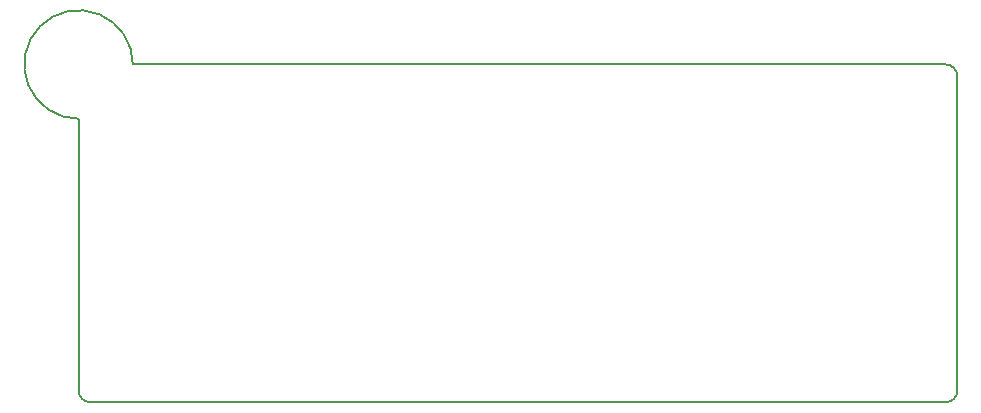
<source format=gbr>
G04 #@! TF.GenerationSoftware,KiCad,Pcbnew,(5.1.10-1-10_14)*
G04 #@! TF.CreationDate,2021-08-18T21:18:23-05:00*
G04 #@! TF.ProjectId,PCB-Keychains,5043422d-4b65-4796-9368-61696e732e6b,rev?*
G04 #@! TF.SameCoordinates,Original*
G04 #@! TF.FileFunction,Profile,NP*
%FSLAX46Y46*%
G04 Gerber Fmt 4.6, Leading zero omitted, Abs format (unit mm)*
G04 Created by KiCad (PCBNEW (5.1.10-1-10_14)) date 2021-08-18 21:18:23*
%MOMM*%
%LPD*%
G01*
G04 APERTURE LIST*
G04 #@! TA.AperFunction,Profile*
%ADD10C,0.150000*%
G04 #@! TD*
G04 APERTURE END LIST*
D10*
X86200000Y-135700000D02*
G75*
G02*
X87200000Y-136700000I0J-1000000D01*
G01*
X87200000Y-163300000D02*
G75*
G02*
X86200000Y-164300000I-1000000J0D01*
G01*
X87200000Y-136700000D02*
X87200000Y-163300000D01*
X13800000Y-164300000D02*
G75*
G02*
X12800000Y-163300000I0J1000000D01*
G01*
X12800000Y-140300000D02*
G75*
G02*
X17400000Y-135700000I0J4600000D01*
G01*
X17400000Y-135700000D02*
X86200000Y-135700000D01*
X12800000Y-163300000D02*
X12800000Y-140300000D01*
X86200000Y-164300000D02*
X13800000Y-164300000D01*
M02*

</source>
